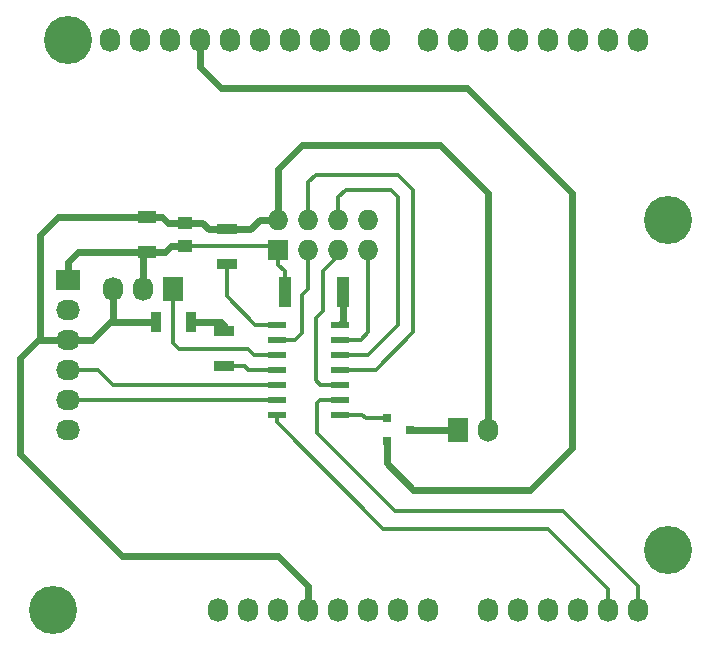
<source format=gbr>
G04 #@! TF.FileFunction,Copper,L1,Top,Signal*
%FSLAX46Y46*%
G04 Gerber Fmt 4.6, Leading zero omitted, Abs format (unit mm)*
G04 Created by KiCad (PCBNEW 4.0.1-stable) date 11/29/2016 5:41:56 PM*
%MOMM*%
G01*
G04 APERTURE LIST*
%ADD10C,0.100000*%
%ADD11O,1.727200X2.032000*%
%ADD12C,4.064000*%
%ADD13R,1.600000X1.000000*%
%ADD14R,1.250000X1.000000*%
%ADD15R,2.032000X1.727200*%
%ADD16O,2.032000X1.727200*%
%ADD17R,0.800100X0.800100*%
%ADD18R,1.700000X0.900000*%
%ADD19R,1.727200X2.032000*%
%ADD20R,1.727200X1.727200*%
%ADD21O,1.727200X1.727200*%
%ADD22R,1.727200X2.000000*%
%ADD23O,1.727200X2.000000*%
%ADD24R,1.500000X0.470000*%
%ADD25R,1.000000X2.500000*%
%ADD26R,0.900000X1.700000*%
%ADD27C,0.600000*%
%ADD28C,0.300000*%
G04 APERTURE END LIST*
D10*
D11*
X138938000Y-123825000D03*
X141478000Y-123825000D03*
X144018000Y-123825000D03*
X146558000Y-123825000D03*
X149098000Y-123825000D03*
X151638000Y-123825000D03*
X154178000Y-123825000D03*
X156718000Y-123825000D03*
X161798000Y-123825000D03*
X164338000Y-123825000D03*
X166878000Y-123825000D03*
X169418000Y-123825000D03*
X171958000Y-123825000D03*
X174498000Y-123825000D03*
X129794000Y-75565000D03*
X132334000Y-75565000D03*
X134874000Y-75565000D03*
X137414000Y-75565000D03*
X139954000Y-75565000D03*
X142494000Y-75565000D03*
X145034000Y-75565000D03*
X147574000Y-75565000D03*
X150114000Y-75565000D03*
X152654000Y-75565000D03*
X156718000Y-75565000D03*
X159258000Y-75565000D03*
X161798000Y-75565000D03*
X164338000Y-75565000D03*
X166878000Y-75565000D03*
X169418000Y-75565000D03*
X171958000Y-75565000D03*
X174498000Y-75565000D03*
D12*
X124968000Y-123825000D03*
X177038000Y-118745000D03*
X126238000Y-75565000D03*
X177038000Y-90805000D03*
D13*
X132905500Y-90575000D03*
X132905500Y-93575000D03*
D14*
X136144000Y-91075000D03*
X136144000Y-93075000D03*
D15*
X126238000Y-95885000D03*
D16*
X126238000Y-98425000D03*
X126238000Y-100965000D03*
X126238000Y-103505000D03*
X126238000Y-106045000D03*
X126238000Y-108585000D03*
D17*
X153177240Y-107635000D03*
X153177240Y-109535000D03*
X155176220Y-108585000D03*
D18*
X139446000Y-100277000D03*
X139446000Y-103177000D03*
D19*
X135128000Y-96647000D03*
D11*
X132588000Y-96647000D03*
X130048000Y-96647000D03*
D20*
X144018000Y-93345000D03*
D21*
X144018000Y-90805000D03*
X146558000Y-93345000D03*
X146558000Y-90805000D03*
X149098000Y-93345000D03*
X149098000Y-90805000D03*
X151638000Y-93345000D03*
X151638000Y-90805000D03*
D22*
X159258000Y-108585000D03*
D23*
X161798000Y-108585000D03*
D24*
X143858000Y-99695000D03*
X143858000Y-100965000D03*
X143858000Y-102235000D03*
X143858000Y-103505000D03*
X143858000Y-104775000D03*
X143858000Y-106045000D03*
X143858000Y-107315000D03*
X149258000Y-107315000D03*
X149258000Y-106045000D03*
X149258000Y-104775000D03*
X149258000Y-103505000D03*
X149258000Y-102235000D03*
X149258000Y-100965000D03*
X149258000Y-99695000D03*
D25*
X144552500Y-96901000D03*
X149452500Y-96901000D03*
D26*
X133678000Y-99441000D03*
X136578000Y-99441000D03*
D18*
X139636500Y-91641000D03*
X139636500Y-94541000D03*
D27*
X126238000Y-95885000D02*
X126238000Y-94424500D01*
X127087500Y-93575000D02*
X132905500Y-93575000D01*
X126238000Y-94424500D02*
X127087500Y-93575000D01*
X132588000Y-96647000D02*
X132588000Y-93892500D01*
D28*
X132588000Y-93892500D02*
X132905500Y-93575000D01*
D27*
X132905500Y-93575000D02*
X134390000Y-93575000D01*
X134890000Y-93075000D02*
X136144000Y-93075000D01*
X134390000Y-93575000D02*
X134890000Y-93075000D01*
D28*
X136144000Y-93075000D02*
X143748000Y-93075000D01*
X143748000Y-93075000D02*
X144018000Y-93345000D01*
D27*
X149452500Y-96901000D02*
X149452500Y-99340500D01*
D28*
X149452500Y-99340500D02*
X149258000Y-99535000D01*
X149258000Y-99535000D02*
X149258000Y-99695000D01*
X144552500Y-96901000D02*
X144552500Y-95149500D01*
X144018000Y-94615000D02*
X144018000Y-93345000D01*
X144552500Y-95149500D02*
X144018000Y-94615000D01*
D27*
X153177240Y-109535000D02*
X153177240Y-111394240D01*
X137414000Y-77851000D02*
X137414000Y-75565000D01*
X139192000Y-79629000D02*
X137414000Y-77851000D01*
X160020000Y-79629000D02*
X139192000Y-79629000D01*
X168910000Y-88519000D02*
X160020000Y-79629000D01*
X168910000Y-110109000D02*
X168910000Y-88519000D01*
X165354000Y-113665000D02*
X168910000Y-110109000D01*
X155448000Y-113665000D02*
X165354000Y-113665000D01*
X153177240Y-111394240D02*
X155448000Y-113665000D01*
D28*
X143748000Y-93075000D02*
X144018000Y-93345000D01*
D27*
X139636500Y-91641000D02*
X141594500Y-91641000D01*
X142430500Y-90805000D02*
X144018000Y-90805000D01*
X141594500Y-91641000D02*
X142430500Y-90805000D01*
X136144000Y-91075000D02*
X137557000Y-91075000D01*
X138123000Y-91641000D02*
X139636500Y-91641000D01*
X137557000Y-91075000D02*
X138123000Y-91641000D01*
X123825000Y-100965000D02*
X123825000Y-92138500D01*
X125388500Y-90575000D02*
X132905500Y-90575000D01*
X123825000Y-92138500D02*
X125388500Y-90575000D01*
X132905500Y-90575000D02*
X134199500Y-90575000D01*
X134199500Y-90575000D02*
X134699500Y-91075000D01*
X134699500Y-91075000D02*
X136144000Y-91075000D01*
D28*
X143858000Y-99695000D02*
X142049500Y-99695000D01*
X139636500Y-97282000D02*
X139636500Y-94541000D01*
X142049500Y-99695000D02*
X139636500Y-97282000D01*
D27*
X130048000Y-96647000D02*
X130048000Y-99187000D01*
D28*
X130048000Y-99187000D02*
X129794000Y-99441000D01*
D27*
X126238000Y-100965000D02*
X128270000Y-100965000D01*
X129794000Y-99441000D02*
X133678000Y-99441000D01*
X128270000Y-100965000D02*
X129794000Y-99441000D01*
X161798000Y-108585000D02*
X161798000Y-88519000D01*
X161798000Y-88519000D02*
X157734000Y-84455000D01*
X157734000Y-84455000D02*
X146050000Y-84455000D01*
X146050000Y-84455000D02*
X144018000Y-86487000D01*
X144018000Y-86487000D02*
X144018000Y-90805000D01*
X146558000Y-123825000D02*
X146558000Y-121793000D01*
X123698000Y-100965000D02*
X123825000Y-100965000D01*
X123825000Y-100965000D02*
X126238000Y-100965000D01*
X122174000Y-102489000D02*
X123698000Y-100965000D01*
X122174000Y-110617000D02*
X122174000Y-102489000D01*
X130810000Y-119253000D02*
X122174000Y-110617000D01*
X144018000Y-119253000D02*
X130810000Y-119253000D01*
X146558000Y-121793000D02*
X144018000Y-119253000D01*
D28*
X143748000Y-91075000D02*
X144018000Y-90805000D01*
X143858000Y-100965000D02*
X145457998Y-100965000D01*
X146558000Y-96647000D02*
X146558000Y-93345000D01*
X146050000Y-97155000D02*
X146558000Y-96647000D01*
X146050000Y-100372998D02*
X146050000Y-97155000D01*
X145457998Y-100965000D02*
X146050000Y-100372998D01*
X143858000Y-103505000D02*
X141478000Y-103505000D01*
X141150000Y-103177000D02*
X139446000Y-103177000D01*
X141478000Y-103505000D02*
X141150000Y-103177000D01*
X126238000Y-103505000D02*
X128778000Y-103505000D01*
X130048000Y-104775000D02*
X143858000Y-104775000D01*
X128778000Y-103505000D02*
X130048000Y-104775000D01*
X143858000Y-106045000D02*
X126238000Y-106045000D01*
X174498000Y-123825000D02*
X174498000Y-121793000D01*
X147574000Y-106045000D02*
X149258000Y-106045000D01*
X147320000Y-106299000D02*
X147574000Y-106045000D01*
X147320000Y-108839000D02*
X147320000Y-106299000D01*
X153924000Y-115443000D02*
X147320000Y-108839000D01*
X168148000Y-115443000D02*
X153924000Y-115443000D01*
X174498000Y-121793000D02*
X168148000Y-115443000D01*
D27*
X155176220Y-108585000D02*
X159258000Y-108585000D01*
D28*
X143858000Y-102235000D02*
X141986000Y-102235000D01*
X135128000Y-101219000D02*
X135128000Y-96647000D01*
X135636000Y-101727000D02*
X135128000Y-101219000D01*
X141478000Y-101727000D02*
X135636000Y-101727000D01*
X141986000Y-102235000D02*
X141478000Y-101727000D01*
X171958000Y-123825000D02*
X171958000Y-122047000D01*
X143858000Y-107917000D02*
X143858000Y-107315000D01*
X152908000Y-116967000D02*
X143858000Y-107917000D01*
X166878000Y-116967000D02*
X152908000Y-116967000D01*
X171958000Y-122047000D02*
X166878000Y-116967000D01*
X149258000Y-107315000D02*
X151130000Y-107315000D01*
X151450000Y-107635000D02*
X153177240Y-107635000D01*
X151130000Y-107315000D02*
X151450000Y-107635000D01*
X149098000Y-93345000D02*
X149098000Y-93853000D01*
X149098000Y-93853000D02*
X147764500Y-95186500D01*
X147764500Y-95186500D02*
X147764500Y-98552000D01*
X147764500Y-98552000D02*
X147193000Y-99123500D01*
X147193000Y-99123500D02*
X147193000Y-104394000D01*
X147193000Y-104394000D02*
X147574000Y-104775000D01*
X147574000Y-104775000D02*
X149258000Y-104775000D01*
X149258000Y-103505000D02*
X152273000Y-103505000D01*
X152273000Y-103505000D02*
X155448000Y-100330000D01*
X155448000Y-100330000D02*
X155448000Y-88265000D01*
X155448000Y-88265000D02*
X154178000Y-86995000D01*
X154178000Y-86995000D02*
X147193000Y-86995000D01*
X147193000Y-86995000D02*
X146558000Y-87630000D01*
X146558000Y-87630000D02*
X146558000Y-90805000D01*
X149258000Y-102235000D02*
X151638000Y-102235000D01*
X151638000Y-102235000D02*
X154178000Y-99695000D01*
X154178000Y-99695000D02*
X154178000Y-88900000D01*
X154178000Y-88900000D02*
X153543000Y-88265000D01*
X153543000Y-88265000D02*
X149733000Y-88265000D01*
X149733000Y-88265000D02*
X149098000Y-88900000D01*
X149098000Y-88900000D02*
X149098000Y-90805000D01*
X149258000Y-100965000D02*
X151003000Y-100965000D01*
X151003000Y-100965000D02*
X151638000Y-100330000D01*
X151638000Y-100330000D02*
X151638000Y-93345000D01*
D27*
X136578000Y-99441000D02*
X139192000Y-99441000D01*
X139446000Y-99695000D02*
X139446000Y-100277000D01*
X139192000Y-99441000D02*
X139446000Y-99695000D01*
M02*

</source>
